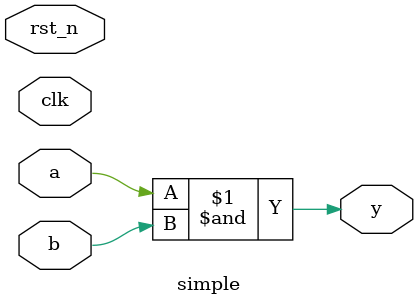
<source format=sv>

(* top *)
module simple(
  input logic clk,
  input logic rst_n,
  input logic a,
  input logic b,
  output logic y
);

  assign y = a & b;
  
endmodule
</source>
